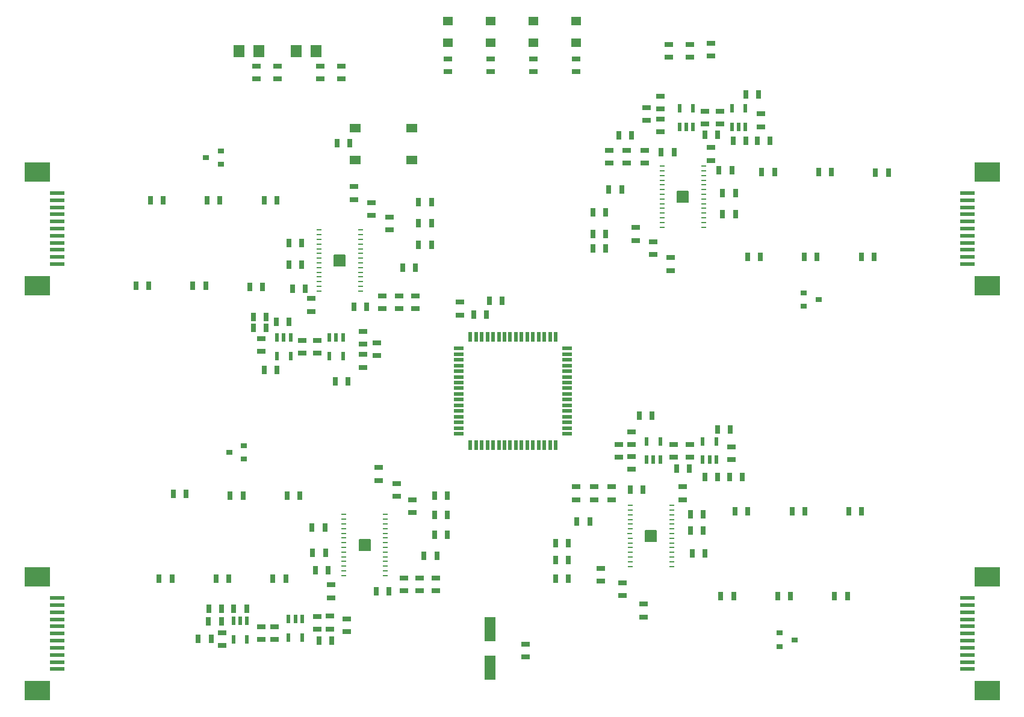
<source format=gtp>
G75*
G70*
%OFA0B0*%
%FSLAX24Y24*%
%IPPOS*%
%LPD*%
%AMOC8*
5,1,8,0,0,1.08239X$1,22.5*
%
%ADD10R,0.0472X0.0315*%
%ADD11R,0.0315X0.0098*%
%ADD12C,0.0050*%
%ADD13R,0.0315X0.0472*%
%ADD14R,0.0580X0.0200*%
%ADD15R,0.0200X0.0580*%
%ADD16R,0.0551X0.0472*%
%ADD17R,0.0630X0.1378*%
%ADD18R,0.0217X0.0472*%
%ADD19R,0.0787X0.0240*%
%ADD20R,0.0787X0.0236*%
%ADD21R,0.1417X0.1055*%
%ADD22R,0.0354X0.0315*%
%ADD23R,0.0610X0.0512*%
%ADD24R,0.0630X0.0709*%
D10*
X050349Y003861D03*
X050349Y004570D03*
X052495Y004885D03*
X053243Y004885D03*
X053243Y004176D03*
X052495Y004176D03*
X055605Y004747D03*
X056314Y004767D03*
X057239Y004609D03*
X057239Y005318D03*
X056314Y005475D03*
X055605Y005456D03*
X056353Y006499D03*
X056353Y007208D03*
X060388Y006893D03*
X061274Y006893D03*
X062160Y006893D03*
X062160Y007601D03*
X061274Y007601D03*
X060388Y007601D03*
X060881Y011223D03*
X060881Y011932D03*
X059995Y012109D03*
X059995Y012818D03*
X059010Y012995D03*
X059010Y013704D03*
X069936Y012641D03*
X069936Y011932D03*
X070920Y011932D03*
X070920Y012641D03*
X071904Y012641D03*
X071904Y011932D03*
X072987Y013605D03*
X072298Y014294D03*
X072987Y014314D03*
X072987Y014983D03*
X072298Y015003D03*
X072987Y015692D03*
X075349Y015003D03*
X076235Y015003D03*
X076235Y014294D03*
X075349Y014294D03*
X075841Y012641D03*
X075841Y011932D03*
X078548Y014147D03*
X078548Y014855D03*
X071314Y008113D03*
X071314Y007404D03*
X072495Y007326D03*
X072495Y006617D03*
X073676Y006145D03*
X073676Y005436D03*
X067131Y003930D03*
X067131Y003221D03*
X058125Y019265D03*
X058125Y019973D03*
X058125Y020544D03*
X058912Y020613D03*
X058912Y019904D03*
X058125Y021253D03*
X059207Y022513D03*
X060142Y022513D03*
X061028Y022513D03*
X061028Y023221D03*
X060142Y023221D03*
X059207Y023221D03*
X055270Y023074D03*
X055270Y022365D03*
X055615Y020761D03*
X054778Y020761D03*
X054778Y020052D03*
X055615Y020052D03*
X052514Y020150D03*
X052514Y020859D03*
X063489Y022168D03*
X063489Y022877D03*
X059601Y026893D03*
X059601Y027601D03*
X058617Y027680D03*
X058617Y028389D03*
X057633Y028566D03*
X057633Y029274D03*
X056944Y035259D03*
X055762Y035259D03*
X055762Y035967D03*
X056944Y035967D03*
X053400Y035967D03*
X052219Y035967D03*
X052219Y035259D03*
X053400Y035259D03*
X062849Y035652D03*
X062849Y036361D03*
X065211Y036361D03*
X065211Y035652D03*
X067573Y035652D03*
X067573Y036361D03*
X069936Y036361D03*
X069936Y035652D03*
X073823Y033654D03*
X074611Y033586D03*
X074611Y033015D03*
X073823Y032946D03*
X074611Y032306D03*
X077072Y032749D03*
X077908Y032749D03*
X077908Y033458D03*
X077072Y033458D03*
X074611Y034294D03*
X075054Y036440D03*
X076235Y036440D03*
X076235Y037149D03*
X075054Y037149D03*
X077416Y037227D03*
X077416Y036519D03*
X080172Y033310D03*
X080172Y032601D03*
X077416Y031440D03*
X077416Y030731D03*
X073725Y030584D03*
X072741Y030584D03*
X071757Y030584D03*
X071757Y031292D03*
X072741Y031292D03*
X073725Y031292D03*
X073233Y027011D03*
X073233Y026302D03*
X074217Y026223D03*
X074217Y025515D03*
X075152Y025337D03*
X075152Y024629D03*
D11*
X074691Y027031D03*
X074691Y027291D03*
X074691Y027551D03*
X074691Y027811D03*
X074691Y028071D03*
X074691Y028331D03*
X074691Y028591D03*
X074689Y028851D03*
X074691Y029111D03*
X074691Y029371D03*
X074691Y029631D03*
X074691Y029891D03*
X074691Y030151D03*
X074691Y030411D03*
X076991Y030411D03*
X076991Y030151D03*
X076991Y029891D03*
X076991Y029631D03*
X076991Y029371D03*
X076991Y029111D03*
X076994Y028851D03*
X076991Y028591D03*
X076991Y028331D03*
X076991Y028071D03*
X076991Y027811D03*
X076991Y027551D03*
X076991Y027291D03*
X076991Y027031D03*
X057995Y026872D03*
X057995Y026612D03*
X057995Y026352D03*
X057995Y026092D03*
X057995Y025832D03*
X057995Y025572D03*
X057995Y025312D03*
X057998Y025052D03*
X057995Y024792D03*
X057995Y024532D03*
X057995Y024272D03*
X057995Y024012D03*
X057995Y023752D03*
X057995Y023492D03*
X055695Y023492D03*
X055695Y023752D03*
X055695Y024012D03*
X055695Y024272D03*
X055695Y024532D03*
X055695Y024792D03*
X055693Y025052D03*
X055695Y025312D03*
X055695Y025572D03*
X055695Y025832D03*
X055695Y026092D03*
X055695Y026352D03*
X055695Y026612D03*
X055695Y026872D03*
X072920Y011612D03*
X072920Y011352D03*
X072920Y011092D03*
X072920Y010832D03*
X072920Y010572D03*
X072920Y010312D03*
X072917Y010052D03*
X072920Y009792D03*
X072920Y009532D03*
X072920Y009272D03*
X072920Y009012D03*
X072920Y008752D03*
X072920Y008492D03*
X072920Y008232D03*
X075220Y008232D03*
X075220Y008492D03*
X075220Y008752D03*
X075220Y009012D03*
X075220Y009272D03*
X075220Y009532D03*
X075220Y009792D03*
X075222Y010052D03*
X075220Y010312D03*
X075220Y010572D03*
X075220Y010832D03*
X075220Y011092D03*
X075220Y011352D03*
X075220Y011612D03*
X059373Y011104D03*
X059373Y010844D03*
X059373Y010584D03*
X059373Y010324D03*
X059373Y010064D03*
X059373Y009804D03*
X059373Y009544D03*
X059375Y009284D03*
X059373Y009024D03*
X059373Y008764D03*
X059373Y008504D03*
X059373Y008244D03*
X059373Y007984D03*
X059373Y007724D03*
X057073Y007724D03*
X057073Y007984D03*
X057073Y008244D03*
X057073Y008504D03*
X057073Y008764D03*
X057073Y009024D03*
X057071Y009284D03*
X057073Y009544D03*
X057073Y009804D03*
X057073Y010064D03*
X057073Y010324D03*
X057073Y010584D03*
X057073Y010844D03*
X057073Y011104D03*
D12*
X057928Y009708D02*
X058518Y009708D01*
X058518Y009117D01*
X057928Y009117D01*
X057928Y009708D01*
X057928Y009686D02*
X058518Y009686D01*
X058518Y009638D02*
X057928Y009638D01*
X057928Y009589D02*
X058518Y009589D01*
X058518Y009541D02*
X057928Y009541D01*
X057928Y009492D02*
X058518Y009492D01*
X058518Y009444D02*
X057928Y009444D01*
X057928Y009395D02*
X058518Y009395D01*
X058518Y009347D02*
X057928Y009347D01*
X057928Y009298D02*
X058518Y009298D01*
X058518Y009250D02*
X057928Y009250D01*
X057928Y009201D02*
X058518Y009201D01*
X058518Y009153D02*
X057928Y009153D01*
X073774Y009629D02*
X073774Y010219D01*
X074365Y010219D01*
X074365Y009629D01*
X073774Y009629D01*
X073774Y009638D02*
X074365Y009638D01*
X074365Y009686D02*
X073774Y009686D01*
X073774Y009735D02*
X074365Y009735D01*
X074365Y009783D02*
X073774Y009783D01*
X073774Y009832D02*
X074365Y009832D01*
X074365Y009880D02*
X073774Y009880D01*
X073774Y009929D02*
X074365Y009929D01*
X074365Y009977D02*
X073774Y009977D01*
X073774Y010026D02*
X074365Y010026D01*
X074365Y010074D02*
X073774Y010074D01*
X073774Y010123D02*
X074365Y010123D01*
X074365Y010171D02*
X073774Y010171D01*
X057140Y024885D02*
X056550Y024885D01*
X056550Y025475D01*
X057140Y025475D01*
X057140Y024885D01*
X057140Y024915D02*
X056550Y024915D01*
X056550Y024964D02*
X057140Y024964D01*
X057140Y025012D02*
X056550Y025012D01*
X056550Y025061D02*
X057140Y025061D01*
X057140Y025109D02*
X056550Y025109D01*
X056550Y025158D02*
X057140Y025158D01*
X057140Y025206D02*
X056550Y025206D01*
X056550Y025255D02*
X057140Y025255D01*
X057140Y025303D02*
X056550Y025303D01*
X056550Y025352D02*
X057140Y025352D01*
X057140Y025400D02*
X056550Y025400D01*
X056550Y025449D02*
X057140Y025449D01*
X075546Y028428D02*
X075546Y029019D01*
X076136Y029019D01*
X076136Y028428D01*
X075546Y028428D01*
X075546Y028456D02*
X076136Y028456D01*
X076136Y028504D02*
X075546Y028504D01*
X075546Y028553D02*
X076136Y028553D01*
X076136Y028601D02*
X075546Y028601D01*
X075546Y028650D02*
X076136Y028650D01*
X076136Y028698D02*
X075546Y028698D01*
X075546Y028747D02*
X076136Y028747D01*
X076136Y028795D02*
X075546Y028795D01*
X075546Y028844D02*
X076136Y028844D01*
X076136Y028892D02*
X075546Y028892D01*
X075546Y028941D02*
X076136Y028941D01*
X076136Y028989D02*
X075546Y028989D01*
D13*
X078046Y028920D03*
X078755Y028920D03*
X078755Y027739D03*
X078046Y027739D03*
X079424Y025377D03*
X080133Y025377D03*
X082573Y025377D03*
X083282Y025377D03*
X085723Y025377D03*
X086432Y025377D03*
X086510Y030052D03*
X087219Y030052D03*
X084070Y030101D03*
X083361Y030101D03*
X080920Y030101D03*
X080211Y030101D03*
X078558Y030200D03*
X077849Y030200D03*
X075359Y031184D03*
X074650Y031184D03*
X073007Y032109D03*
X072298Y032109D03*
X077062Y032149D03*
X077770Y032149D03*
X078636Y031824D03*
X079345Y031824D03*
X079965Y031824D03*
X080674Y031824D03*
X080034Y034383D03*
X079325Y034383D03*
X072455Y029117D03*
X071747Y029117D03*
X071570Y027837D03*
X070861Y027837D03*
X070861Y026656D03*
X071570Y026656D03*
X071570Y025849D03*
X070861Y025849D03*
X065837Y022950D03*
X065129Y022950D03*
X064975Y022178D03*
X064266Y022178D03*
X061038Y024786D03*
X060329Y024786D03*
X061215Y026066D03*
X061924Y026066D03*
X061924Y027247D03*
X061215Y027247D03*
X061215Y028428D03*
X061924Y028428D03*
X054739Y026164D03*
X054030Y026164D03*
X054030Y024944D03*
X054739Y024944D03*
X054936Y023625D03*
X054227Y023625D03*
X052573Y023704D03*
X051865Y023704D03*
X049424Y023802D03*
X048715Y023802D03*
X046274Y023802D03*
X045566Y023802D03*
X052062Y022070D03*
X052052Y021469D03*
X052760Y021469D03*
X052770Y022070D03*
X053341Y021784D03*
X054050Y021784D03*
X057623Y022621D03*
X058331Y022621D03*
X053361Y019127D03*
X052652Y019127D03*
X056589Y018487D03*
X057298Y018487D03*
X054640Y012168D03*
X053932Y012168D03*
X051491Y012168D03*
X050782Y012168D03*
X048341Y012267D03*
X047633Y012267D03*
X055310Y010397D03*
X056018Y010397D03*
X056058Y008999D03*
X055349Y008999D03*
X055507Y008034D03*
X056215Y008034D03*
X053853Y007542D03*
X053144Y007542D03*
X050703Y007542D03*
X049995Y007542D03*
X047554Y007542D03*
X046845Y007542D03*
X049601Y005889D03*
X050310Y005889D03*
X050979Y005889D03*
X051688Y005889D03*
X050290Y005180D03*
X049581Y005180D03*
X049719Y004215D03*
X049010Y004215D03*
X055703Y004117D03*
X056412Y004117D03*
X058853Y006853D03*
X059562Y006853D03*
X061510Y008822D03*
X062219Y008822D03*
X062101Y010003D03*
X062810Y010003D03*
X062810Y011086D03*
X062101Y011086D03*
X062101Y012168D03*
X062810Y012168D03*
X068794Y009530D03*
X069503Y009530D03*
X069503Y008586D03*
X068794Y008586D03*
X068794Y007562D03*
X069503Y007562D03*
X069975Y010711D03*
X070684Y010711D03*
X072928Y012483D03*
X073636Y012483D03*
X075487Y013645D03*
X076196Y013645D03*
X077062Y013172D03*
X077770Y013172D03*
X078440Y013172D03*
X079148Y013172D03*
X079444Y011302D03*
X078735Y011302D03*
X076983Y011105D03*
X076274Y011105D03*
X076274Y010219D03*
X076983Y010219D03*
X077081Y008940D03*
X076373Y008940D03*
X077948Y006578D03*
X078656Y006578D03*
X081097Y006578D03*
X081806Y006578D03*
X084247Y006578D03*
X084955Y006578D03*
X085034Y011302D03*
X085743Y011302D03*
X082593Y011302D03*
X081885Y011302D03*
X078459Y015830D03*
X077751Y015830D03*
X074148Y016597D03*
X073440Y016597D03*
X053361Y028526D03*
X052652Y028526D03*
X050211Y028526D03*
X049503Y028526D03*
X047062Y028526D03*
X046353Y028526D03*
X056688Y031676D03*
X057396Y031676D03*
D14*
X063442Y020306D03*
X063442Y019996D03*
X063442Y019676D03*
X063442Y019366D03*
X063442Y019046D03*
X063442Y018736D03*
X063442Y018416D03*
X063442Y018106D03*
X063442Y017786D03*
X063442Y017476D03*
X063442Y017156D03*
X063442Y016846D03*
X063442Y016526D03*
X063442Y016216D03*
X063442Y015896D03*
X063442Y015586D03*
X069442Y015586D03*
X069442Y015896D03*
X069442Y016216D03*
X069442Y016526D03*
X069442Y016846D03*
X069442Y017156D03*
X069442Y017476D03*
X069442Y017786D03*
X069442Y018106D03*
X069442Y018416D03*
X069442Y018736D03*
X069442Y019046D03*
X069442Y019366D03*
X069442Y019676D03*
X069442Y019996D03*
X069442Y020306D03*
D15*
X068802Y020946D03*
X068492Y020946D03*
X068172Y020946D03*
X067862Y020946D03*
X067542Y020946D03*
X067232Y020946D03*
X066912Y020946D03*
X066602Y020946D03*
X066282Y020946D03*
X065972Y020946D03*
X065652Y020946D03*
X065342Y020946D03*
X065022Y020946D03*
X064712Y020946D03*
X064392Y020946D03*
X064082Y020946D03*
X064082Y014946D03*
X064392Y014946D03*
X064712Y014946D03*
X065022Y014946D03*
X065342Y014946D03*
X065652Y014946D03*
X065972Y014946D03*
X066282Y014946D03*
X066602Y014946D03*
X066912Y014946D03*
X067232Y014946D03*
X067542Y014946D03*
X067862Y014946D03*
X068172Y014946D03*
X068492Y014946D03*
X068802Y014946D03*
D16*
X069936Y037267D03*
X069936Y038448D03*
X067573Y038448D03*
X065211Y038448D03*
X065211Y037267D03*
X067573Y037267D03*
X062849Y037267D03*
X062849Y038448D03*
D17*
X065162Y004737D03*
X065162Y002611D03*
D18*
X054759Y004294D03*
X054010Y004294D03*
X054010Y005318D03*
X054385Y005318D03*
X054759Y005318D03*
X051707Y005219D03*
X051333Y005219D03*
X050959Y005219D03*
X050959Y004196D03*
X051707Y004196D03*
X073843Y014137D03*
X074217Y014137D03*
X074591Y014137D03*
X076944Y014137D03*
X077318Y014137D03*
X077692Y014137D03*
X077692Y015160D03*
X076944Y015160D03*
X074591Y015160D03*
X073843Y015160D03*
X057022Y019895D03*
X056274Y019895D03*
X056274Y020918D03*
X056648Y020918D03*
X057022Y020918D03*
X054119Y020918D03*
X053745Y020918D03*
X053371Y020918D03*
X053371Y019895D03*
X054119Y019895D03*
X075664Y032591D03*
X076038Y032591D03*
X076412Y032591D03*
X076412Y033615D03*
X075664Y033615D03*
X078568Y033615D03*
X079316Y033615D03*
X079316Y032591D03*
X078942Y032591D03*
X078568Y032591D03*
D19*
X091589Y028920D03*
X091589Y028526D03*
X091589Y028133D03*
X091589Y027739D03*
X091589Y027345D03*
X091589Y026558D03*
X091589Y026164D03*
X091589Y025771D03*
X091589Y025377D03*
X091589Y024983D03*
X091589Y006479D03*
X091589Y006086D03*
X091589Y005692D03*
X091589Y005298D03*
X091589Y004904D03*
X091589Y004117D03*
X091589Y003723D03*
X091589Y003330D03*
X091589Y002936D03*
X091589Y002542D03*
X041196Y002542D03*
X041196Y002936D03*
X041196Y003330D03*
X041196Y003723D03*
X041196Y004117D03*
X041196Y004904D03*
X041196Y005298D03*
X041196Y005692D03*
X041196Y006086D03*
X041196Y006479D03*
X041196Y024983D03*
X041196Y025377D03*
X041196Y025771D03*
X041196Y026164D03*
X041196Y026558D03*
X041196Y027345D03*
X041196Y027739D03*
X041196Y028133D03*
X041196Y028526D03*
X041196Y028920D03*
D20*
X041196Y026952D03*
X091589Y026952D03*
X091589Y004511D03*
X041196Y004511D03*
D21*
X040093Y001361D03*
X040093Y007660D03*
X040093Y023802D03*
X040093Y030101D03*
X092692Y030101D03*
X092692Y023802D03*
X092692Y007660D03*
X092692Y001361D03*
D22*
X082032Y004166D03*
X081205Y003792D03*
X081205Y004540D03*
X051550Y014176D03*
X050723Y014550D03*
X051550Y014924D03*
X082534Y022641D03*
X083361Y023015D03*
X082534Y023389D03*
X050251Y030515D03*
X049424Y030889D03*
X050251Y031263D03*
D23*
X057692Y030741D03*
X060822Y030741D03*
X060822Y032513D03*
X057692Y032513D03*
D24*
X055526Y036794D03*
X054424Y036794D03*
X052377Y036794D03*
X051274Y036794D03*
M02*

</source>
